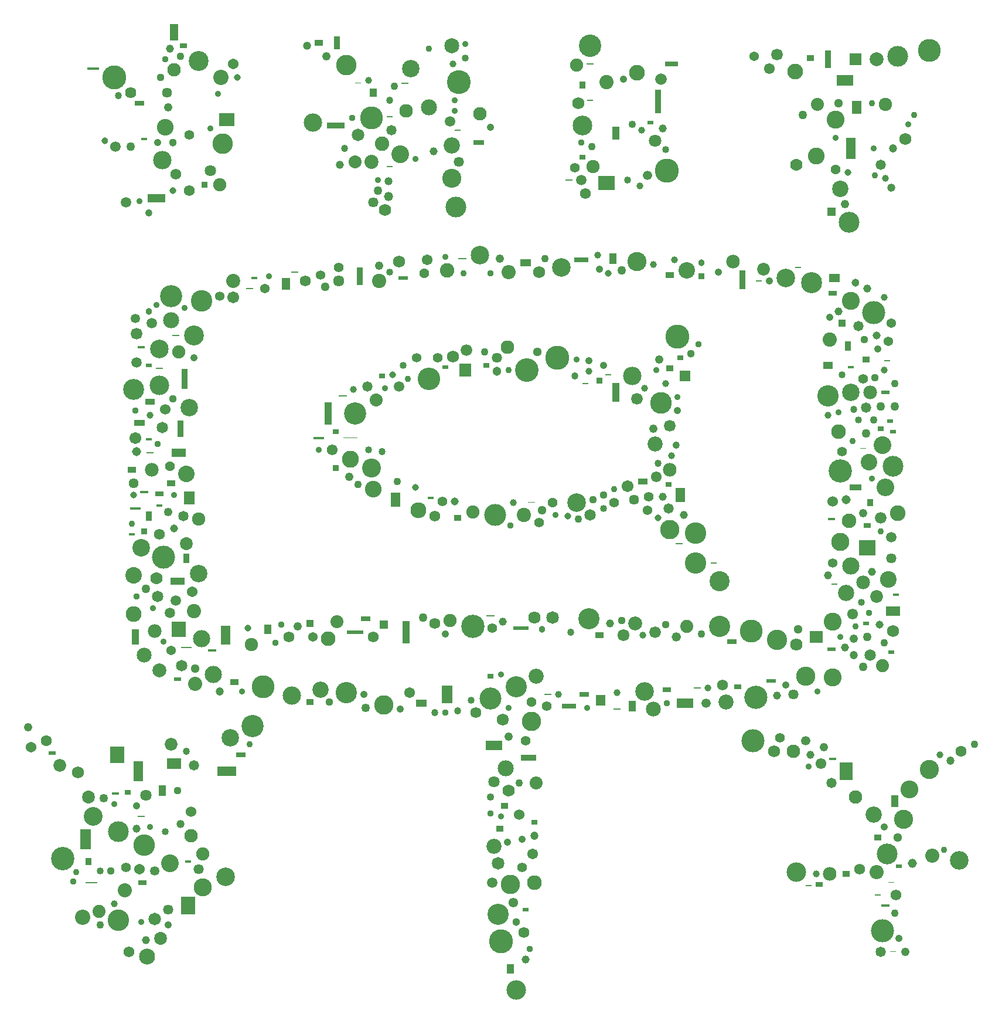
<source format=gtp>
haddock birthday cake
%FSLAX36Y26*%
%MOMM*%
%LPD%
%ADD0C,2.2717006*%
%ADD1C,1.9118311*%
%ADD2C,0.90996903*%
%ADD3C,0.9519103*%
%ADD4C,2.6769803*%
%ADD5C,3.044806*%
%ADD6C,1.1599666*%
%ADD7C,1.8982246*%
%ADD8R,1.0552902X1.3684413*%
%ADD9C,1.2050565*%
%ADD10C,3.057145*%
%ADD11C,3.1613128*%
%ADD12C,3.1062074*%
%ADD13C,1.5512878*%
%ADD14C,0.9806616*%
%ADD15C,2.463136*%
%ADD16R,1.2557747X0.4252198*%
%ADD17R,1.3998965X2.8264003*%
%ADD18C,2.7932692*%
%ADD19R,0.9687932X0.4599623*%
%ADD20R,1.9909816X2.2501326*%
%ADD21C,1.5894457*%
%ADD22C,1.9128647*%
%ADD23C,1.9607608*%
%ADD24C,3.3747053*%
%ADD25C,1.1107262*%
%ADD26C,1.4728093*%
%ADD27C,2.7399902*%
%ADD28C,2.3746858*%
%ADD29C,3.3286946*%
%ADD30C,1.4519728*%
%ADD31C,2.5583904*%
%ADD32C,3.3242*%
%ADD33C,2.6741097*%
%ADD34C,2.5140736*%
%ADD35C,3.303846*%
%ADD36C,1.9407307*%
%ADD37C,2.1868746*%
%ADD38R,1.3430346X3.0090008*%
%ADD39C,2.1614597*%
%ADD40C,2.6725805*%
%ADD41C,2.9337025*%
%ADD42R,0.9891043X0.8403823*%
%ADD43C,1.1030388*%
%ADD44C,1.4326289*%
%ADD45C,0.9732545*%
%ADD46C,1.9646062*%
%ADD47C,3.1375778*%
%ADD48C,1.2914938*%
%ADD49C,2.766293*%
%ADD50C,3.0592263*%
%ADD51R,2.1572022X2.3795226*%
%ADD52C,0.99189854*%
%ADD53R,1.335877X0.7172817*%
%ADD54C,0.9488019*%
%ADD55C,2.6839776*%
%ADD56C,1.0594715*%
%ADD57C,1.0928824*%
%ADD58C,2.3875468*%
%ADD59C,3.4770432*%
%ADD60C,3.0056725*%
%ADD61C,1.3556446*%
%ADD62C,1.7624117*%
%ADD63C,2.842406*%
%ADD64C,2.303459*%
%ADD65R,1.2048178X2.3345027*%
%ADD66R,1.0300232X3.304346*%
%ADD67C,3.4760745*%
%ADD68R,1.651342X0.20339853*%
%ADD69R,1.0724491X1.4880091*%
%ADD70R,1.9923896X0.7523896*%
%ADD71C,2.5160682*%
%ADD72C,0.8824052*%
%ADD73R,2.1178644X1.3337128*%
%ADD74C,2.5810924*%
%ADD75C,3.352507*%
%ADD76C,1.1577082*%
%ADD77C,2.0863254*%
%ADD78C,3.445033*%
%ADD79R,1.2410985X1.7744843*%
%ADD80C,2.5645597*%
%ADD81C,1.1375879*%
%ADD82C,1.5303793*%
%ADD83C,1.9125099*%
%ADD84C,1.678376*%
%ADD85C,1.2634974*%
%ADD86C,2.3405433*%
%ADD87C,2.0959988*%
%ADD88C,2.2072747*%
%ADD89C,2.4030874*%
%ADD90R,2.3741038X1.3372717*%
%ADD91C,3.2508175*%
%ADD92C,1.5955026*%
%ADD93C,1.5222905*%
%ADD94R,2.4477744X2.1526754*%
%ADD95R,0.8977671X2.5068486*%
%ADD96C,3.0796645*%
%ADD97C,2.0909333*%
%ADD98C,2.17617*%
%ADD99C,1.4715608*%
%ADD100C,1.2640194*%
%ADD101R,2.6296093X0.96048194*%
%ADD102C,3.0502796*%
%ADD103R,0.95523226X1.4792842*%
%ADD104C,2.0455186*%
%ADD105C,2.2678857*%
%ADD106R,1.0509075X0.23640881*%
%ADD107C,2.3664572*%
%ADD108C,1.8364282*%
%ADD109C,1.8962429*%
%ADD110R,1.630778X1.1131661*%
%ADD111C,1.4826937*%
%ADD112R,1.5218819X0.6999459*%
%ADD113C,1.9370451*%
%ADD114R,0.92043453X2.9460733*%
%ADD115R,0.9097851X0.13395442*%
%ADD116R,0.9895414X0.8150214*%
%ADD117C,1.6895959*%
%ADD118C,2.3005018*%
%ADD119C,1.1109978*%
%ADD120C,1.404135*%
%ADD121R,2.0298223X1.0846531*%
%ADD122C,2.3925908*%
%ADD123R,1.2324959X0.87134534*%
%ADD124C,2.1419451*%
%ADD125C,2.8041627*%
%ADD126C,1.8773309*%
%ADD127C,0.9813217*%
%ADD128C,3.461318*%
%ADD129R,2.5488915X1.2695205*%
%ADD130C,1.7598565*%
%ADD131R,0.9128778X0.6869433*%
%ADD132C,1.9026793*%
%ADD133R,2.241966X0.52147347*%
%ADD134R,0.88291943X0.14793919*%
%ADD135C,1.5158937*%
%ADD136C,1.1953166*%
%ADD137C,3.3310149*%
%ADD138C,2.7436953*%
%ADD139R,0.88722736X0.33335602*%
%ADD140C,0.92033917*%
%ADD141R,2.1852453X0.95853597*%
%ADD142C,2.034747*%
%ADD143C,3.2392578*%
%ADD144C,1.0816382*%
%ADD145C,2.5961604*%
%ADD146C,1.922674*%
%ADD147C,2.484693*%
%ADD148C,2.8229463*%
%ADD149R,0.9467711X2.6655831*%
%ADD150R,1.284902X0.8420747*%
%ADD151C,1.2569464*%
%ADD152C,0.9509438*%
%ADD153R,1.4642295X2.0975397*%
%ADD154C,2.1846752*%
%ADD155C,1.3611573*%
%ADD156C,2.28271*%
%ADD157C,2.2709937*%
%ADD158C,3.3092022*%
%ADD159R,1.0595391X3.2077634*%
%ADD160C,1.4792666*%
%ADD161C,1.9991127*%
%ADD162R,2.3325717X0.51661974*%
%ADD163C,2.116758*%
%ADD164R,1.5174571X0.90213853*%
%ADD165C,1.0452884*%
%ADD166R,1.1949717X0.32956377*%
%ADD167C,1.8233325*%
%ADD168C,2.9633942*%
%ADD169C,1.6525155*%
%ADD170C,1.8564078*%
%ADD171R,2.0469065X1.2557513*%
%ADD172C,1.0751094*%
%ADD173C,1.3146992*%
%ADD174R,1.6275842X0.34944862*%
%ADD175C,1.2161608*%
%ADD176C,2.6654646*%
%ADD177R,1.3994824X1.5538669*%
%ADD178R,1.234061X0.76729107*%
%ADD179C,1.1308681*%
%ADD180C,2.9949882*%
%ADD181R,1.6979748X0.9139169*%
%ADD182C,1.4226583*%
%ADD183R,0.8819001X1.3594942*%
%ADD184C,3.4692934*%
%ADD185C,0.9606663*%
%ADD186C,1.8714162*%
%ADD187C,2.6913555*%
%ADD188C,1.1496068*%
%ADD189C,1.0186743*%
%ADD190C,2.7765522*%
%ADD191C,3.1769645*%
%ADD192C,1.1560181*%
%ADD193C,2.5180728*%
%ADD194C,3.1047404*%
%ADD195C,1.1370101*%
%ADD196C,2.6910517*%
%ADD197C,2.9546058*%
%ADD198R,0.8937042X0.21296552*%
%ADD199R,1.0094018X1.9503462*%
%ADD200C,1.270182*%
%ADD201C,2.4868386*%
%ADD202C,3.2056434*%
%ADD203C,2.4874709*%
%ADD204C,2.0573447*%
%ADD205R,1.0969975X0.88619316*%
%ADD206C,2.0165725*%
%ADD207C,2.5552135*%
%ADD208C,2.823651*%
%ADD209R,0.91065764X0.6648761*%
%ADD210C,3.4796271*%
%ADD211C,3.0669153*%
%ADD212C,1.7423947*%
%ADD213C,2.7991307*%
%ADD214C,1.0309572*%
%ADD215R,1.5093774X2.907787*%
%ADD216C,2.6472695*%
%ADD217C,2.4237826*%
%ADD218R,0.9405064X0.9877237*%
%ADD219C,2.3232815*%
%ADD220C,2.7632918*%
%ADD221C,1.489649*%
%ADD222C,1.5082617*%
%ADD223C,1.0264633*%
%ADD224R,2.450216X1.3981676*%
%ADD225C,1.7546761*%
%ADD226C,1.1155251*%
%ADD227R,0.8893146X0.61670333*%
%ADD228C,1.6538191*%
%ADD229C,1.8577583*%
%ADD230R,1.0116837X0.9424652*%
%ADD231R,0.98574626X2.2846267*%
%ADD232C,1.0337888*%
%ADD233C,1.1779133*%
%ADD234R,1.0763147X0.9375895*%
%ADD235C,1.041781*%
%ADD236C,0.97854614*%
%ADD237C,2.335424*%
%ADD238C,0.9966312*%
%ADD239R,1.3061833X0.7471604*%
%ADD240C,0.96483475*%
%ADD241C,0.9716242*%
%ADD242C,2.792499*%
%ADD243C,1.5247457*%
%ADD244C,3.3063815*%
%ADD245C,2.6766078*%
%ADD246C,1.0151678*%
%ADD247R,0.9811529X0.21200693*%
%ADD248C,3.3630064*%
%ADD249C,1.7655195*%
%ADD250C,1.0303874*%
%ADD251C,1.6791978*%
%ADD252R,0.9752031X0.8999546*%
%ADD253C,1.0976709*%
%ADD254C,1.0407388*%
%ADD255C,1.8493391*%
%ADD256C,1.6276062*%
%ADD257C,0.9199922*%
%ADD258C,1.3704518*%
%ADD259C,1.5701199*%
%ADD260C,2.6075642*%
%ADD261C,1.2538713*%
%ADD262C,1.1771183*%
%ADD263C,1.70945*%
%ADD264C,2.8285058*%
%ADD265C,1.9645698*%
%ADD266C,3.0158992*%
%ADD267C,1.6664568*%
%ADD268C,3.3140817*%
%ADD269C,2.0303025*%
%ADD270C,0.9395648*%
%ADD271C,1.5447598*%
%ADD272R,1.9220732X1.6863987*%
%ADD273C,1.1223009*%
%ADD274C,1.3988402*%
%ADD275C,2.3545222*%
%ADD276C,1.2481098*%
%ADD277C,2.538933*%
%ADD278C,2.6865957*%
%ADD279R,1.6261508X2.5593154*%
%ADD280R,1.7728579X1.9080098*%
%ADD281C,1.8671136*%
%ADD282R,0.88756174X0.41843843*%
%ADD283C,3.0951583*%
%ADD284C,2.214646*%
%ADD285R,0.9902596X0.6488708*%
%ADD286C,2.8670144*%
%ADD287C,1.3646488*%
%ADD288C,1.8594338*%
%ADD289C,3.210499*%
%ADD290C,1.5926672*%
%ADD291C,3.0883*%
%ADD292C,1.3748212*%
%ADD293C,3.2036808*%
%ADD294C,2.3175256*%
%ADD295C,3.0094109*%
%ADD296R,1.111998X0.87899834*%
%ADD297C,1.3217082*%
%ADD298R,2.3494918X2.274438*%
%ADD299C,1.4226065*%
%ADD300C,0.9795585*%
%ADD301C,0.92537934*%
%ADD302C,1.1127512*%
%ADD303C,3.0067537*%
%ADD304C,2.0422745*%
%ADD305R,0.8972102X2.7764492*%
%ADD306R,1.2202554X0.8160104*%
%ADD307C,1.4780067*%
%ADD308C,1.4390318*%
%ADD309C,1.3632671*%
%ADD310C,1.0427115*%
%ADD311C,3.1156294*%
%ADD312R,1.9947203X2.5687149*%
%ADD313C,1.7085116*%
%ADD314C,1.8367643*%
%ADD315C,1.1869948*%
%ADD316C,0.8792931*%
%ADD317C,1.4899695*%
%ADD318C,2.5980277*%
%ADD319C,1.0299832*%
%ADD320R,1.303921X0.5023202*%
%ADD321C,1.0638447*%
%ADD322C,1.5474051*%
%ADD323R,2.439569X1.5047425*%
%ADD324C,1.9659224*%
%ADD325C,1.9801091*%
%ADD326C,1.269499*%
%ADD327C,1.4039329*%
%ADD328C,2.5992565*%
%ADD329C,1.2405119*%
%ADD330C,2.8986425*%
%ADD331C,1.583009*%
%ADD332R,0.9912981X0.09413821*%
%ADD333C,1.0169641*%
%ADD334C,1.4270995*%
%ADD335R,0.8742577X0.7404849*%
%ADD336R,1.5881752X0.3628851*%
%ADD337C,1.3170826*%
%ADD338C,1.0356467*%
%ADD339R,0.9115875X0.48724148*%
%ADD340C,1.7433602*%
%ADD341C,1.7482971*%
%ADD342C,1.4026066*%
%ADD343C,1.4622363*%
%ADD344C,1.4168485*%
%ADD345C,0.89966214*%
%ADD346C,2.4088304*%
%ADD347C,1.5658776*%
%ADD348C,1.1075855*%
%ADD349C,2.9847548*%
%ADD350C,2.762627*%
%ADD351R,1.433263X1.9825721*%
%ADD352C,2.31775*%
%ADD353C,1.9538082*%
%ADD354C,1.5700935*%
%ADD355C,2.5614114*%
%ADD356C,1.7251344*%
%ADD357R,0.94895035X0.6374517*%
%ADD358C,2.3524337*%
%ADD359C,1.5341887*%
%ADD360C,1.3138361*%
%ADD361C,1.0375384*%
%ADD362C,2.627049*%
%ADD363C,1.4769307*%
%ADD364C,0.94025*%
%ADD365R,1.264553X0.8348969*%
%ADD366C,1.510626*%
%ADD367C,0.9829625*%
%ADD368R,2.192198X1.9709575*%
%ADD369C,1.0956476*%
%ADD370C,1.5686779*%
%ADD371R,1.1335572X1.6498597*%
%ADD372C,1.8759418*%
%ADD373C,1.579176*%
%ADD374C,0.95114875*%
%ADD375C,1.474966*%
%ADD376C,2.1828637*%
%ADD377C,1.5563008*%
%ADD378R,1.9418224X0.63733*%
%ADD379C,2.4064689*%
%ADD380C,0.9635311*%
%ADD381C,2.5964365*%
%ADD382C,1.467855*%
%ADD383R,1.0263883X0.71940374*%
%ADD384C,2.0411556*%
%ADD385C,0.97292316*%
%ADD386R,0.93530613X3.349767*%
%ADD387C,1.245109*%
%ADD388R,2.6794746X1.4314989*%
%ADD389C,1.4081016*%
%ADD390C,1.5197502*%
%ADD391R,1.7419304X1.8051361*%
%ADD392R,0.9490619X0.75251*%
%ADD393R,0.9164826X1.9282597*%
%ADD394C,1.3439437*%
%ADD395R,1.4326324X2.9135554*%
%ADD396C,1.0766962*%
%ADD397C,2.040041*%
%ADD398R,0.93852407X1.0246704*%
%ADD399C,1.1289957*%
%ADD400C,3.4098074*%
%ADD401C,3.3621771*%
%ADD402C,3.328262*%
%ADD403C,0.98106706*%
%ADD404C,1.0033814*%
%ADD405C,1.9325116*%
%ADD406C,2.0293336*%
%ADD407C,1.1647006*%
%ADD408R,1.3555204X0.5147713*%
%ADD409C,1.1555903*%
%ADD410R,0.980124X1.8174932*%
%ADD411C,2.0516605*%
%ADD412C,1.0133213*%
%ADD413C,1.5155796*%
%ADD414C,0.8826425*%
%ADD415C,1.0995232*%
%ADD416C,1.6836891*%
%ADD417C,2.6656992*%
%ADD418C,1.8137966*%
%ADD419R,0.94695276X0.3766706*%
%ADD420C,1.1379309*%
%ADD421C,1.1626202*%
%ADD422C,1.5725213*%
%ADD423C,1.6468825*%
%ADD424C,1.6374009*%
%ADD425C,0.94036967*%
%ADD426C,1.5396729*%
%ADD427C,1.2378372*%
%ADD428C,0.9222062*%
%ADD429C,0.88884634*%
%ADD430R,0.9006073X0.18270154*%
%ADD431C,0.92425376*%
%ADD432C,0.95327234*%
%ADD433C,3.0069034*%
%ADD434C,1.7938199*%
%ADD435C,1.4120365*%
%ADD436C,1.6282136*%
%ADD437C,1.184043*%
%ADD438C,1.2192378*%
%ADD439R,2.1286588X0.65261334*%
%ADD440C,1.4605713*%
%ADD441C,1.8687*%
%ADD442C,2.5075965*%
%ADD443R,1.3924835X1.0799451*%
%ADD444C,1.8232994*%
%ADD445C,0.9518416*%
%ADD446C,0.9006437*%
%ADD447C,1.1522279*%
%ADD448R,0.9224366X0.9099139*%
%ADD449C,1.19421*%
%ADD450C,1.4778401*%
%ADD451C,1.5003905*%
%ADD452R,1.3666693X0.91253835*%
%ADD453C,1.160871*%
%ADD454R,0.87577707X0.084437594*%
%ADD455C,1.0273361*%
%ADD456R,1.1381625X2.7929914*%
%ADD457C,2.7124653*%
%ADD458C,1.4274861*%
%ADD459C,2.6423435*%
%ADD460C,0.89358276*%
%ADD461C,0.915068*%
%ADD462C,1.3235856*%
%ADD463C,0.91278833*%
%ADD464R,1.0636213X1.576227*%
%ADD465C,2.1295328*%
%ADD466R,1.0682199X1.3028218*%
%ADD467C,1.2296823*%
%ADD468C,1.6877725*%
%ADD469C,0.8727124*%
%ADD470R,2.0561342X0.03284419*%
%ADD471C,1.528016*%
%ADD472R,1.0542985X1.3958161*%
%ADD473C,1.0397203*%
%ADD474C,1.0847564*%
%ADD475R,0.9496055X0.13582237*%
%ADD476C,1.3985966*%
%ADD477C,1.1107594*%
%ADD478R,0.9242216X2.4497423*%
%ADD479C,1.2942327*%
%ADD480C,1.0023266*%
%ADD481C,1.5985353*%
%ADD482C,1.4596789*%
%ADD483R,1.2988358X0.7081847*%
%ADD484C,2.387088*%
%ADD485C,1.091611*%
%ADD486C,1.2109015*%
%ADD487C,1.4521704*%
%ADD488C,1.4127258*%
%ADD489R,1.1609987X0.63385063*%
%ADD490R,1.167258X1.3086369*%
%ADD491C,1.81489*%
%ADD492C,1.6509557*%
%ADD493R,0.9974474X1.0490046*%
%ADD494C,1.0183825*%
%ADD495R,1.9213331X2.5299337*%
%ADD496C,1.8486762*%
%ADD497R,1.1510246X0.90959996*%
%ADD498R,0.8919107X0.08482057*%
%ADD499C,1.0171891*%
%ADD500C,1.1476458*%
%ADD501C,1.7321885*%
%ADD502C,1.1491963*%
%ADD503R,1.0557821X0.6620976*%
%ADD504C,1.1708187*%
%ADD505R,1.0848106X0.25871837*%
%ADD506C,1.6559701*%
%ADD507C,1.9486986*%
%ADD508C,0.9138172*%
%ADD509C,1.069101*%
%ADD510C,1.1236697*%
%ADD511C,1.2505106*%
%ADD512C,1.341203*%
%ADD513R,1.6596441X0.38614085*%
%ADD514C,1.8907322*%
%ADD515R,1.4598988X2.108401*%
%ADD516C,1.5504265*%
%ADD517R,0.88908035X1.1310191*%
%ADD518C,1.2467704*%
%ADD519C,2.013278*%
%ADD520C,0.9355369*%
%ADD521C,1.4405783*%
%ADD522R,0.91542864X0.28218582*%
%ADD523C,0.9814486*%
%ADD524C,0.99721724*%
%ADD525C,1.1007574*%
%ADD526R,1.5692778X1.9211524*%
%ADD527C,1.0247544*%
%ADD528C,1.0520978*%
%ADD529R,1.2765987X0.23729056*%
%ADD530C,0.9641405*%
%ADD531C,0.9354335*%
%ADD532C,0.96905535*%
%ADD533R,1.1309131X0.19019008*%
%ADD534R,1.5339803X1.0667415*%
%ADD535R,1.6440855X1.5057663*%
%ADD536C,1.9641905*%
%ADD537C,1.0053254*%
%ADD538C,1.7417613*%
%ADD539C,0.96961975*%
%ADD540R,0.88529205X0.056193855*%
%ADD541C,1.5814462*%
%ADD542C,1.5435482*%
%ADD543C,2.2652316*%
%ADD544C,0.95263636*%
%ADD545C,1.0549464*%
%ADD546C,1.2271128*%
%ADD547R,0.9026137X1.3168734*%
%ADD548C,1.6798156*%
%ADD549C,0.8732818*%
%ADD550R,1.6286902X0.28820252*%
%ADD551R,1.5137222X1.1882362*%
%ADD552C,1.021616*%
%ADD553C,1.2363031*%
%ADD554R,1.4694322X0.6974254*%
%ADD555C,0.887817*%
%ADD556R,0.94097006X0.614794*%
%ADD557C,2.874275*%
%ADD558C,0.9877329*%
%ADD559C,1.245517*%
%ADD560R,0.88799095X0.40896028*%
%ADD561C,1.4142523*%
%ADD562C,1.9589552*%
%ADD563C,1.6125469*%
%ADD564R,2.1413665X1.5086603*%
%ADD565C,1.7443268*%
%ADD566C,1.3697382*%
%ADD567R,1.098619X0.3212078*%
%ADD568R,0.8806964X0.077443756*%
%ADD569C,0.97348*%
%ADD570C,0.938671*%
%ADD571R,1.0346463X0.19408052*%
%ADD572R,0.9239358X0.092157744*%
%ADD573C,1.8848085*%
%ADD574C,1.6765656*%
%ADD575R,0.91825414X0.891684*%
%ADD576C,1.5398204*%
%ADD577C,0.90445143*%
%ADD578R,1.3337133X0.673527*%
%ADD579C,1.9181225*%
%ADD580C,0.90952337*%
%ADD581C,1.273074*%
%ADD582C,1.0148803*%
%ADD583C,0.9127034*%
%ADD584C,1.1366216*%
%ADD585C,1.9694023*%
%ADD586C,1.1694247*%
%ADD587C,0.87718314*%
%ADD588C,0.89194274*%
%ADD589R,1.4010714X0.910613*%
%ADD590C,1.8919863*%
%ADD591C,1.0054038*%
%ADD592R,0.91985923X0.26588845*%
%ADD593C,1.1226653*%
%ADD594C,1.1055759*%
%ADD595R,0.9966068X0.96227574*%
%ADD596C,1.4320399*%
%ADD597R,1.2276366X0.19762771*%
%ADD598R,1.4015031X0.5402201*%
%ADD599C,1.0499324*%
%ADD600C,1.4056501*%
%ADD601C,1.0477711*%
%ADD602C,1.7767997*%
%ADD603C,0.959144*%
%ADD604C,1.2979584*%
%ADD605C,2.0542417*%
%ADD606C,1.00485*%
%ADD607C,0.8933931*%
%ADD608C,1.2306417*%
%ADD609C,1.1926463*%
%ADD610C,1.256261*%
%ADD611R,0.96496725X0.80797106*%
%ADD612C,1.4987546*%
%ADD613C,0.9244616*%
%ADD614C,1.1145434*%
%ADD615C,2.5197692*%
%ADD616C,1.5596967*%
%ADD617R,0.8930163X0.7265276*%
%ADD618C,1.082495*%
%ADD619R,0.9725896X0.32146*%
%ADD620C,1.4689695*%
%ADD621C,1.5583427*%
%ADD622C,1.5694573*%
%ADD623R,1.0113437X0.57429296*%
%ADD624C,1.2265952*%
%ADD625C,0.8931161*%
%ADD626R,0.95431566X0.88221896*%
%ADD627C,1.4571965*%
%ADD628R,1.0419023X0.2659179*%
%ADD629C,0.9975327*%
%ADD630C,1.0207801*%
%ADD631R,0.9771861X1.0368639*%
%ADD632C,0.92221344*%
%ADD633C,1.3552973*%
%ADD634C,1.7237923*%
%ADD635C,0.9093627*%
%ADD636C,1.2883697*%
%ADD637C,1.2030169*%
%ADD638C,1.0358187*%
%ADD639C,1.0892576*%
%ADD640R,1.392028X0.7985962*%
%ADD641C,1.5394901*%
%ADD642R,1.0212266X0.16328295*%
%ADD643C,1.3001546*%
%ADD644C,0.9993306*%
%ADD645R,1.0933496X0.2271293*%
%ADD646C,1.6231798*%
%ADD647C,0.96085286*%
%ADD648C,1.388647*%
%ADD649C,1.2927842*%
%ADD650C,1.7147653*%
%ADD651C,1.1616344*%
%ADD652C,2.0563214*%
%ADD653C,1.1030242*%
%ADD654C,1.5448774*%
%ADD655C,0.9209321*%
%ADD656C,1.023379*%
%ADD657R,1.2355703X0.7290271*%
%ADD658C,1.5580062*%
%ADD659C,1.0243108*%
%ADD660C,0.9561387*%
%ADD661R,0.94875115X0.68277335*%
%ADD662R,0.8926552X0.090938136*%
%ADD663C,2.050112*%
%ADD664R,0.90842265X0.13865177*%
%ADD665C,1.8013613*%
%ADD666C,0.88712835*%
%ADD667C,0.97968936*%
%ADD668C,2.1196547*%
%ADD669C,1.3921018*%
%ADD670R,0.9333389X0.24124832*%
%ADD671C,0.892323*%
%ADD672C,0.9675916*%
%ADD673C,1.1774867*%
%ADD674C,1.9110751*%
%ADD675C,2.1422102*%
%ADD676C,0.9182634*%
%ADD677R,1.0776622X0.24133542*%
%ADD678R,0.8857108X0.09275472*%
%ADD679C,1.5033435*%
%ADD680C,1.3669096*%
%ADD681R,1.0050347X0.24007909*%
%ADD682C,0.98965406*%
%ADD683C,1.4801663*%
%ADD684C,1.0580095*%
%ADD685C,1.1285771*%
%ADD686C,1.3783008*%
%ADD687R,0.9655488X0.483576*%
%ADD688C,0.95493484*%
%ADD689C,1.0629996*%
%ADD690C,0.9127769*%
%ADD691C,0.8989714*%
%ADD692C,1.3548272*%
%ADD693C,0.87205285*%
%ADD694C,1.9697303*%
%ADD695R,0.95061344X0.43254754*%
%ADD696C,1.1068876*%
%ADD697C,1.1818336*%
%ADD698C,1.3234022*%
%ADD699R,0.8956107X0.86588687*%
%ADD700C,1.5518978*%
%ADD701R,0.9211454X0.27979055*%
%ADD702C,1.076725*%
%ADD703C,1.9198369*%
%ADD704C,1.043406*%
%ADD705C,1.26008*%
%ADD706C,1.3437814*%
%ADD707C,0.9415876*%
%ADD708C,0.8967042*%
%ADD709R,0.95382464X0.4944462*%
%ADD710C,0.89731646*%
%ADD711C,1.1520088*%
%ADD712C,0.9763176*%
%ADD713R,1.2132709X1.2683048*%
%ADD714R,0.93911976X0.26600745*%
%ADD715R,1.1952491X0.36024097*%
%ADD716C,1.2763739*%
%ADD717C,1.0571111*%
%ADD718R,0.9999971X0.44797954*%
%ADD719R,0.9714139X0.49885008*%
%ADD720C,1.0423084*%
%ADD721C,0.8895846*%
%ADD722R,1.012018X0.28948522*%
%ADD723C,0.9026774*%
%ADD724C,0.98359174*%
%ADD725C,0.89046586*%
%ADD726C,1.0929161*%
%ADD727C,0.93636787*%
%ADD728C,1.1304343*%
%ADD729C,1.7579662*%
%ADD730R,0.96476114X0.80352867*%
%ADD731R,1.1452956X0.19742815*%
%ADD732C,1.0713907*%
%ADD733C,1.0121653*%
%ADD734C,0.9895397*%
%ADD735C,1.0374044*%
%ADD736R,1.017951X0.69527334*%
%ADD737R,1.0807229X0.31768543*%
%ADD738R,0.94120675X0.40502182*%
%ADD739C,1.053272*%
%ADD740R,1.0632807X0.49932867*%
%ADD741R,0.89525443X0.4922486*%
%ADD742C,1.458449*%
%ADD743C,0.9390712*%
%ADD744C,1.528252*%
%ADD745C,1.1409531*%
%ADD746C,0.9141317*%
%ADD747C,0.875818*%
%ADD748C,1.5857388*%
%ADD749C,0.8841341*%
%ADD750C,1.4121141*%
%ADD751R,0.8847944X0.22135043*%
%ADD752C,0.9750109*%
%ADD753R,0.88418907X0.049221307*%
%ADD754C,0.89651126*%
%ADD755C,0.92685163*%
%ADD756C,1.3021204*%
%ADD757C,0.92153215*%
%ADD758R,0.90439564X0.20883417*%
%ADD759C,3.08449*%
%ADD760C,1.2036829*%
%ADD761C,1.2742702*%
%ADD762C,1.105222*%
%ADD763C,1.4766567*%
%ADD764R,0.89733124X0.61753136*%
%ADD765C,0.9411838*%
%ADD766C,1.9257208*%
%ADD767R,1.0320916X0.30090842*%
%ADD768C,1.0873823*%
%ADD769C,1.2721734*%
%ADD770R,1.0869077X0.8105418*%
%ADD771R,1.04199X0.21398066*%
%ADD772C,0.96664697*%
%ADD773C,0.9738398*%
%ADD774R,0.8766048X0.086482495*%
%ADD775C,0.8740793*%
%ADD776C,0.9125757*%
%ADD777R,0.9545173X0.120694876*%
%ADD778C,1.0165862*%
%ADD779C,1.2559717*%
%ADD780C,1.3200614*%
%ADD781C,1.7815758*%
%ADD782R,1.195949X0.94535464*%
%ADD783R,1.0903864X0.076865494*%
%ADD784R,0.9462437X0.66051835*%
%ADD785C,0.980746*%
%ADD786R,0.89177984X0.3643586*%
%ADD787C,1.3774078*%
%ADD788R,0.92149043X0.64161074*%
%ADD789R,0.9676356X0.115687676*%
%ADD790C,1.0055983*%
%ADD791C,1.2397231*%
%ADD792C,1.2429444*%
%ADD793C,0.9914588*%
%ADD794R,1.1386843X0.23755464*%
%ADD795C,1.1314192*%
%ADD796R,1.392078X0.6978356*%
%ADD797C,1.0110815*%
%ADD798C,1.0347464*%
%ADD799R,0.9216446X0.59734756*%
D0*
X079248001Y032003998D03*
D1*
X008273143Y038099998D03*
D2*
X035705143Y047897141D03*
D3*
X125838852Y050292000D03*
D4*
X034834286Y021553713D03*
D5*
X119525139Y107333138D03*
D6*
X078159424Y009579429D03*
D7*
X031568571Y024819427D03*
D8*
X040930286Y057258854D03*
D9*
X079465714Y027431999D03*
D10*
X076853142Y048985714D03*
D11*
X073805138Y073805138D03*
D12*
X031350857Y104720566D03*
D13*
X120831429Y037882286D03*
D14*
X023948570Y088174286D03*
D15*
X052904572Y081860573D03*
D16*
X130193146Y017417143D03*
D17*
X034834286Y056387997D03*
D18*
X057694283Y046373142D03*
D19*
X125185715Y095141144D03*
D20*
X028085142Y057258854D03*
D21*
X043978283Y056170284D03*
D22*
X070539429Y074240570D03*
D23*
X060959999Y132152573D03*
D24*
X011321142Y024166285D03*
D25*
X127145142Y099059998D03*
D26*
X129539993Y124314857D03*
D27*
X055952568Y080554283D03*
D28*
X101454857Y109074852D03*
D29*
X129757706Y013716000D03*
D30*
X026343428Y134765137D03*
D31*
X060089142Y125838852D03*
D32*
X025907999Y067709145D03*
D33*
X025254856Y097753708D03*
D34*
X035487427Y041583427D03*
D35*
X055952568Y131063995D03*
D36*
X125838852Y033092571D03*
D37*
X073587425Y025907999D03*
D38*
X125185715Y126709709D03*
D39*
X067491425Y141514282D03*
D40*
X071627998Y111251999D03*
D41*
X114517708Y055734856D03*
D42*
X099059998Y094923424D03*
D43*
X129975418Y055299427D03*
D44*
X063572571Y108639427D03*
D45*
X084255424Y073587425D03*
D46*
X122137711Y021989141D03*
D47*
X097753708Y089916000D03*
D48*
X080554283Y074458282D03*
D49*
X094270287Y110381142D03*
D50*
X087303429Y058782856D03*
D51*
X019158857Y039188572D03*
D52*
X018723429Y017634857D03*
D53*
X022424570Y133241135D03*
D54*
X026125713Y139554855D03*
D55*
X083384567Y109510284D03*
D56*
X113429138Y107550858D03*
D57*
X016764000Y014586857D03*
D58*
X127798279Y081425140D03*
D59*
X082731430Y096447426D03*
D60*
X019376572Y028085142D03*
D61*
X033963428Y105373711D03*
D62*
X075764572Y033963428D03*
D63*
X086432571Y129975418D03*
D64*
X023513142Y010014857D03*
D65*
X027431999Y143473709D03*
D66*
X060959999Y056823425D03*
D67*
X100148567Y099495422D03*
D68*
X015457714Y020682858D03*
D69*
X093617142Y046155426D03*
D70*
X084473137Y046155426D03*
D71*
X125185715Y091439995D03*
D72*
X023948570Y028738285D03*
D73*
X131281708Y059871426D03*
D74*
X133676575Y034181141D03*
D75*
X111469711Y047461712D03*
D76*
X124314857Y054646286D03*
D77*
X066838287Y109074852D03*
D78*
X068580002Y136289139D03*
D79*
X043542854Y107115425D03*
D80*
X129757706Y083820000D03*
D81*
X067926857Y075764572D03*
D82*
X026125713Y089045143D03*
D83*
X033963428Y121484566D03*
D84*
X129539993Y073369713D03*
D85*
X127580566Y056170284D03*
D86*
X048550285Y048550285D03*
D87*
X124967995Y072934280D03*
D88*
X034181141Y136942276D03*
D89*
X130628571Y064443428D03*
D90*
X073587425Y040494858D03*
D91*
X064225716Y093399429D03*
D92*
X141078857Y039624001D03*
D93*
X018941143Y126927422D03*
D94*
X089916000Y121702286D03*
D95*
X054210857Y108203995D03*
D96*
X052251427Y048114857D03*
D97*
X057476570Y127362854D03*
D98*
X107115425Y046808571D03*
D99*
X098842285Y074675995D03*
D100*
X127362854Y085561714D03*
D101*
X050727428Y129975418D03*
D102*
X074240570Y016110857D03*
D103*
X124750282Y098189140D03*
D104*
X128886856Y022206856D03*
D105*
X117130280Y137813141D03*
D106*
X087521141Y138901718D03*
D107*
X123661713Y120831429D03*
D108*
X112558281Y109292572D03*
D109*
X085561714Y138683990D03*
D110*
X063137142Y046590855D03*
D111*
X028738285Y073587425D03*
D112*
X071410286Y127580566D03*
D113*
X029826857Y027431999D03*
D114*
X028955999Y093399429D03*
D115*
X090133713Y094052567D03*
D116*
X127362854Y096229713D03*
D117*
X099059998Y086650284D03*
D118*
X062701714Y074458282D03*
D119*
X098406853Y057911999D03*
D120*
X091004570Y075546852D03*
D121*
X027867428Y064225716D03*
D122*
X021553713Y065096573D03*
D123*
X099059998Y108421715D03*
D124*
X023077713Y053557713D03*
D125*
X075982285Y020465143D03*
D126*
X050945141Y058347427D03*
D127*
X094705711Y121266853D03*
D128*
X074675995Y012191999D03*
D129*
X024819427Y119525139D03*
D130*
X057911999Y117783424D03*
D131*
X020682858Y033745712D03*
D132*
X067273712Y058565140D03*
D133*
X077506287Y057476570D03*
D134*
X130410858Y096012001D03*
D135*
X131063995Y070539429D03*
D136*
X033963428Y048332569D03*
D137*
X128451431Y102978851D03*
D138*
X067491425Y122355423D03*
D139*
X064443428Y076199997D03*
D140*
X125403427Y084473137D03*
D141*
X078594856Y038753143D03*
D142*
X020247429Y019594286D03*
D143*
X087521141Y141514282D03*
D144*
X093617142Y130193146D03*
D145*
X125185715Y104720566D03*
D146*
X038535427Y055081715D03*
D147*
X031350857Y055952568D03*
D148*
X076853142Y005225142D03*
D149*
X121919998Y139554855D03*
D150*
X026996571Y078377144D03*
D151*
X056823425Y120613708D03*
D152*
X073152000Y030697714D03*
D153*
X059435997Y075982285D03*
D154*
X079683426Y050509712D03*
D155*
X048550285Y108421715D03*
D156*
X021553713Y059435997D03*
D157*
X094270287Y137595428D03*
D158*
X110816566Y057041142D03*
D159*
X049638855Y088391998D03*
D160*
X127362854Y089262856D03*
D161*
X025254856Y051380569D03*
D162*
X053557713Y056823425D03*
D163*
X123444000Y085779427D03*
D164*
X022424570Y087085709D03*
D165*
X129975418Y028738285D03*
D166*
X023077713Y077070854D03*
D167*
X082078285Y059000568D03*
D168*
X052251427Y138683990D03*
D169*
X028520571Y052033714D03*
D170*
X025472570Y012627428D03*
D171*
X028085142Y082731430D03*
D172*
X106026855Y108857140D03*
D173*
X021989141Y082949142D03*
D174*
X048332569Y084908569D03*
D175*
X126927422Y074022858D03*
D176*
X093617142Y093834854D03*
D177*
X089045143Y047026283D03*
D178*
X098624565Y048550285D03*
D179*
X027214285Y127580566D03*
D180*
X068144569Y118218857D03*
D181*
X125838852Y077723999D03*
D182*
X073369713Y057476570D03*
D183*
X023730856Y073587425D03*
D184*
X018723429Y136942276D03*
D185*
X025037142Y084037712D03*
D186*
X120395996Y133023422D03*
D187*
X095358856Y048332569D03*
D188*
X064878853Y126274284D03*
D189*
X098406853Y126491997D03*
D190*
X118654282Y050509712D03*
D191*
X073152000Y047243999D03*
D192*
X097971428Y129539993D03*
D193*
X061613140Y138248566D03*
D194*
X102761139Y071192566D03*
D195*
X027431999Y071845711D03*
D196*
X140861145Y023948570D03*
D197*
X034398857Y127362854D03*
D198*
X087521141Y133676575D03*
D199*
X091222282Y128886856D03*
D200*
X131499420Y089480568D03*
D201*
X125185715Y066402855D03*
D202*
X053557713Y088391998D03*
D203*
X033092571Y050727428D03*
D204*
X077941711Y073805138D03*
D205*
X075111427Y031786285D03*
D206*
X094052567Y058129711D03*
D207*
X130193146Y077723999D03*
D208*
X117348000Y022206856D03*
D209*
X100584000Y096447426D03*
D210*
X098624565Y123444000D03*
D211*
X106244568Y057694283D03*
D212*
X133023422Y128015991D03*
D213*
X079030281Y043978283D03*
D214*
X057476570Y082949142D03*
D215*
X014586857Y026996571D03*
D216*
X044413712Y047679428D03*
D217*
X120178284Y125621140D03*
D218*
X086432571Y135853714D03*
D219*
X075329140Y037229141D03*
D220*
X136506851Y037011429D03*
D221*
X026778856Y059653713D03*
D222*
X067273712Y130628571D03*
D223*
X052033714Y126709709D03*
D224*
X101237137Y046590855D03*
D225*
X114082283Y039624001D03*
D226*
X087956566Y075982285D03*
D227*
X130846283Y087303429D03*
D228*
X025037142Y062048569D03*
D229*
X029173714Y069668571D03*
D230*
X119307426Y139772568D03*
D231*
X021771427Y056170284D03*
D232*
X065096573Y045284569D03*
D233*
X051380569Y124314857D03*
D234*
X068362282Y073369713D03*
D235*
X087303429Y096012001D03*
D236*
X130193146Y122355423D03*
D237*
X124532570Y062483997D03*
D238*
X055517143Y136506851D03*
D239*
X022859999Y020682858D03*
D240*
X023730856Y103196571D03*
D241*
X090133713Y108639427D03*
D242*
X099059998Y071627998D03*
D243*
X029826857Y030915428D03*
D244*
X040277142Y048985714D03*
D245*
X085561714Y075546852D03*
D246*
X060524570Y095358856D03*
D247*
X038317715Y106462280D03*
D248*
X070539429Y057694283D03*
D249*
X117348000Y124314857D03*
D250*
X084690857Y056823425D03*
D251*
X094270287Y090569138D03*
D252*
X124532570Y021989141D03*
D253*
X072281143Y097318283D03*
D254*
X088827423Y109292572D03*
D255*
X010885714Y037664570D03*
D256*
X023295427Y033310284D03*
D257*
X128233704Y133241135D03*
D258*
X047461712Y056170284D03*
D259*
X027649714Y123008568D03*
D260*
X031568571Y020029715D03*
D261*
X017199429Y032874855D03*
D262*
X114517708Y047679428D03*
D263*
X092963997Y077941711D03*
D264*
X025254856Y092528572D03*
D265*
X099059998Y080336571D03*
D266*
X021553713Y091875427D03*
D267*
X097753708Y136724564D03*
D268*
X136506851Y140861145D03*
D269*
X035922855Y107550858D03*
D270*
X098624565Y046590855D03*
D271*
X079248001Y024819427D03*
D272*
X120178284Y056170284D03*
D273*
X027867428Y033963428D03*
D274*
X051162857Y109510284D03*
D275*
X067491425Y127145142D03*
D276*
X026561142Y074240570D03*
D277*
X022642284Y069015427D03*
D278*
X115823997Y107986282D03*
D279*
X066838287Y047897141D03*
D280*
X069450859Y094705711D03*
D281*
X053557713Y124750282D03*
D282*
X023077713Y128015991D03*
D283*
X019376572Y015240000D03*
D284*
X014151428Y015675428D03*
D285*
X028738285Y141514282D03*
D286*
X030262285Y099713142D03*
D287*
X040494858Y106462280D03*
D288*
X015022285Y033092571D03*
D289*
X038753143Y043325142D03*
D290*
X077941711Y013498285D03*
D291*
X102761139Y066838287D03*
D292*
X026996571Y054210857D03*
D293*
X026996571Y105373711D03*
D294*
X064225716Y132587997D03*
D295*
X124967995Y116041710D03*
D296*
X074458282Y028520571D03*
D297*
X099930855Y056170284D03*
D298*
X127580566Y069015427D03*
D299*
X065531998Y096447426D03*
D300*
X129975418Y094705711D03*
D301*
X134329712Y131499420D03*
D302*
X049856571Y046808571D03*
D303*
X130410858Y024819427D03*
D304*
X075764572Y108857140D03*
D305*
X109510284Y107768570D03*
D306*
X088827423Y056387997D03*
D307*
X055299427Y092310852D03*
D308*
X079030281Y046808571D03*
D309*
X130628571Y098842285D03*
D310*
X129104568Y097753708D03*
D311*
X023077713Y026125713D03*
D312*
X029391428Y017417143D03*
D313*
X035922855Y105155998D03*
D314*
X128886856Y062048569D03*
D315*
X058347427Y121919998D03*
D316*
X066620567Y111034286D03*
D317*
X021989141Y095794281D03*
D318*
X122573143Y050292000D03*
D319*
X029173714Y039624001D03*
D320*
X130193146Y091439995D03*
D321*
X077723999Y026996571D03*
D322*
X113429138Y138248566D03*
D323*
X124314857Y136506851D03*
D324*
X024166285Y080336571D03*
D325*
X024601713Y057041142D03*
D326*
X126927422Y051815998D03*
D327*
X066185143Y075764572D03*
D328*
X122573143Y058347427D03*
D329*
X006313714Y043107426D03*
D330*
X106244568Y064225716D03*
D331*
X046373142Y107550858D03*
D332*
X070974854Y108857140D03*
D333*
X070321709Y047026283D03*
D334*
X123008568Y123661713D03*
D335*
X057476570Y093834854D03*
D336*
X021771427Y074675995D03*
D337*
X134112000Y023513142D03*
D338*
X085343994Y093834854D03*
D339*
X078159424Y016764000D03*
D340*
X080118858Y108857140D03*
D341*
X059871426Y110381142D03*
D342*
X096012001Y076417709D03*
D343*
X131063995Y067491425D03*
D344*
X020465143Y022859999D03*
D345*
X128451431Y126709709D03*
D346*
X056170284Y077506287D03*
D347*
X025254856Y070974854D03*
D348*
X028302856Y139990280D03*
D349*
X131934860Y139990280D03*
D350*
X132805710Y029826857D03*
D351*
X126056564Y132587997D03*
D352*
X026996571Y101890282D03*
D353*
X116912567Y039624001D03*
D354*
X126491997Y022642284D03*
D355*
X026778856Y023513142D03*
D356*
X074893715Y044195999D03*
D357*
X086432571Y125403427D03*
D358*
X128451431Y030480000D03*
D359*
X006749143Y040277142D03*
D360*
X124532570Y075982285D03*
D361*
X099930855Y083820000D03*
D362*
X123661713Y069886284D03*
D363*
X126274284Y101019424D03*
D364*
X078812569Y011103428D03*
D365*
X021335999Y080336571D03*
D366*
X020465143Y118871994D03*
D367*
X129975418Y105155998D03*
D368*
X035051998Y130846283D03*
D369*
X103631996Y056605713D03*
D370*
X086867996Y120178284D03*
D371*
X090786858Y110816566D03*
D372*
X079683426Y035051998D03*
D373*
X056170284Y056170284D03*
D374*
X086214851Y127580566D03*
D375*
X122355423Y035051998D03*
D376*
X096882858Y084037712D03*
D377*
X050292000Y083166855D03*
D378*
X099277710Y138901718D03*
D379*
X026125713Y129757706D03*
D380*
X080554283Y057258854D03*
D381*
X123008568Y130846283D03*
D382*
X074022858Y096447426D03*
D383*
X108857140Y048985714D03*
D384*
X136942276Y024601713D03*
D385*
X097318283Y073369713D03*
D386*
X097318283Y133458847D03*
D387*
X057041142Y109727997D03*
D388*
X035051998Y036793713D03*
D389*
X029609142Y128669144D03*
D390*
X024166285Y101454857D03*
D391*
X125838852Y139554855D03*
D392*
X073152000Y050509712D03*
D393*
X050945141Y141949707D03*
D394*
X024601713Y022424570D03*
D395*
X022206856Y036793713D03*
D396*
X054863998Y047897141D03*
D397*
X030480000Y049421143D03*
D398*
X015022285Y023730856D03*
D399*
X089480568Y076635429D03*
D400*
X078377144Y094705711D03*
D401*
X123661713Y080118858D03*
D402*
X111034286Y041147999D03*
D403*
X091439995Y048114857D03*
D404*
X094923424Y129322281D03*
D405*
X071627998Y131717133D03*
D406*
X055952568Y124750282D03*
D407*
X023295427Y012409714D03*
D408*
X113646851Y049856571D03*
D409*
X026778856Y141078857D03*
D410*
X131499420Y032439426D03*
D411*
X089916000Y136289139D03*
D412*
X126274284Y087521141D03*
D413*
X059871426Y092310852D03*
D414*
X085561714Y096229713D03*
D415*
X128451431Y087521141D03*
D416*
X021989141Y099930855D03*
D417*
X025690285Y124967995D03*
D418*
X024601713Y015457714D03*
D419*
X023730856Y084690857D03*
D420*
X129322281Y057911999D03*
D421*
X121919998Y065096573D03*
D422*
X029609142Y120613708D03*
D423*
X087521141Y073805138D03*
D424*
X032657143Y123444000D03*
D425*
X127798279Y059653713D03*
D426*
X035922855Y138901718D03*
D427*
X049421143Y139990280D03*
D428*
X013280571Y022206856D03*
D429*
X123661713Y056170284D03*
D430*
X119089714Y020247429D03*
D431*
X125838852Y057694283D03*
D432*
X053122284Y131063995D03*
D433*
X131281708Y080771996D03*
D434*
X117348000Y055081715D03*
D435*
X077723999Y022859999D03*
D436*
X073587425Y035269714D03*
D437*
X046590855Y141514282D03*
D438*
X121266853Y040277142D03*
D439*
X086214851Y110598854D03*
D440*
X026561142Y016764000D03*
D441*
X056605713Y090351425D03*
D442*
X029609142Y089262856D03*
D443*
X121919998Y095358856D03*
D444*
X074240570Y023513142D03*
D445*
X021989141Y062048569D03*
D446*
X082513710Y073805138D03*
D447*
X119307426Y039188572D03*
D448*
X088827423Y093181709D03*
D449*
X131281708Y126709709D03*
D450*
X030262285Y037664570D03*
D451*
X086214851Y122137711D03*
D452*
X023948570Y090133713D03*
D453*
X101019424Y073805138D03*
D454*
X131281708Y010667999D03*
D455*
X058565140Y133676575D03*
D456*
X091222282Y091439995D03*
D457*
X015675428Y030262285D03*
D458*
X082078285Y075546852D03*
D459*
X047461712Y130410858D03*
D460*
X024819427Y104067429D03*
D461*
X048332569Y083166855D03*
D462*
X104285141Y046590855D03*
D463*
X062266285Y125185715D03*
D464*
X025690285Y033963428D03*
D465*
X079465714Y020682858D03*
D466*
X056170284Y134765137D03*
D467*
X074458282Y110816566D03*
D468*
X114517708Y140207993D03*
D469*
X027431999Y076635429D03*
D470*
X052904572Y084908569D03*
D471*
X077288567Y030480000D03*
D472*
X075982285Y008273143D03*
D473*
X075546852Y026561142D03*
D474*
X059653713Y078594856D03*
D475*
X058565140Y131281708D03*
D476*
X126927422Y093399429D03*
D477*
X027214285Y090569138D03*
D478*
X028302856Y086214851D03*
D479*
X030480000Y051598286D03*
D480*
X104502853Y048767998D03*
D481*
X008926286Y041147999D03*
D482*
X116912567Y047897141D03*
D483*
X025254856Y076853142D03*
D484*
X029173714Y079683426D03*
D485*
X077288567Y035051998D03*
D486*
X133023422Y010667999D03*
D487*
X093834854Y075982285D03*
D488*
X081207428Y046155426D03*
D489*
X122355423Y054428570D03*
D490*
X057694283Y057911999D03*
D491*
X053993141Y128669144D03*
D492*
X025690285Y086432571D03*
D493*
X123879425Y101454857D03*
D494*
X026125713Y028085142D03*
D495*
X124532570Y036793713D03*
D496*
X026996571Y040712570D03*
D497*
X036140572Y049638855D03*
D498*
X125403427Y082295998D03*
D499*
X069450859Y139772568D03*
D500*
X090351425Y058129711D03*
D501*
X067709145Y096665138D03*
D502*
X127580566Y106462280D03*
D503*
X127580566Y072281143D03*
D504*
X097971428Y076417709D03*
D505*
X091439995Y045719997D03*
D506*
X128015991Y053557713D03*
D507*
X027431999Y138030853D03*
D508*
X032657143Y129539993D03*
D509*
X073152000Y129757706D03*
D510*
X092093140Y058565140D03*
D511*
X055081715Y045937714D03*
D512*
X118654282Y041147999D03*
D513*
X015675428Y138248566D03*
D514*
X129757706Y052033714D03*
D515*
X100584000Y076635429D03*
D516*
X097100571Y079248001D03*
D517*
X128015991Y075546852D03*
D518*
X097535995Y096229713D03*
D519*
X128886856Y139554855D03*
D520*
X021335999Y072498856D03*
D521*
X021553713Y078377144D03*
D522*
X068362282Y129322281D03*
D523*
X099713142Y110598854D03*
D524*
X138030853Y039188572D03*
D525*
X059218285Y135636002D03*
D526*
X029609142Y076199997D03*
D527*
X068362282Y045502285D03*
D528*
X026561142Y014586857D03*
D529*
X051815998Y091004570D03*
D530*
X103631996Y110163429D03*
D531*
X128669144Y122790855D03*
D532*
X038099998Y057476570D03*
D533*
X023948570Y082731430D03*
D534*
X078159424Y110163429D03*
D535*
X101237137Y093834854D03*
D536*
X108203995Y110381142D03*
D537*
X096665138Y109945709D03*
D538*
X013498285Y036576000D03*
D539*
X062266285Y077723999D03*
D540*
X131063995Y020682858D03*
D541*
X065096573Y058129711D03*
D542*
X061395428Y048114857D03*
D543*
X131934860Y074022858D03*
D544*
X103196571Y098406853D03*
D545*
X030262285Y096447426D03*
D546*
X045284569Y057694283D03*
D547*
X029173714Y067491425D03*
D548*
X096882858Y056823425D03*
D549*
X075764572Y045937714D03*
D550*
X029173714Y054646286D03*
D551*
X122790855Y107986282D03*
D552*
X126709709Y061177711D03*
D553*
X026561142Y132587997D03*
D554*
X086650284Y047897141D03*
D555*
X133458847Y130193146D03*
D556*
X023730856Y095358856D03*
D557*
X030915428Y139337143D03*
D558*
X088609711Y111251999D03*
D559*
X125621140Y055952568D03*
D560*
X029391428Y023730856D03*
D561*
X114953140Y041583427D03*
D562*
X075546852Y097971428D03*
D563*
X051162857Y107550858D03*
D564*
X027431999Y037882286D03*
D565*
X131281708Y057041142D03*
D566*
X111251999Y139990280D03*
D567*
X122355423Y073152000D03*
D568*
X126927422Y083384567D03*
D569*
X036576000Y136942276D03*
D570*
X064225716Y141078857D03*
D571*
X022642284Y030262285D03*
D572*
X032657143Y106897713D03*
D573*
X101454857Y057694283D03*
D574*
X069668571Y097535995D03*
D575*
X031786285Y121484566D03*
D576*
X030044571Y062701714D03*
D577*
X097100571Y094705711D03*
D578*
X037011429Y039188572D03*
D579*
X130193146Y133023422D03*
D580*
X100148567Y090786858D03*
D581*
X118218857Y131499420D03*
D582*
X123879425Y094052567D03*
D583*
X033745712Y134547424D03*
D584*
X125838852Y107333138D03*
D585*
X126927422Y064007996D03*
D586*
X128233704Y065531998D03*
D587*
X041147999Y108203995D03*
D588*
X024383999Y060306854D03*
D589*
X095141144Y078594856D03*
D590*
X016546286Y016546286D03*
D591*
X121919998Y088174286D03*
D592*
X111905136Y107550858D03*
D593*
X018288000Y022424570D03*
D594*
X143038284Y040712570D03*
D595*
X047026283Y046808571D03*
D596*
X026778856Y080771996D03*
D597*
X069015427Y110816566D03*
D598*
X060524570Y107986282D03*
D599*
X066620567Y056605713D03*
D600*
X080118858Y072716568D03*
D601*
X089480568Y095358856D03*
D602*
X024819427Y064661140D03*
D603*
X042889713Y057911999D03*
D604*
X117565712Y057258854D03*
D605*
X030262285Y059871426D03*
D606*
X095358856Y092093140D03*
D607*
X087085709Y045937714D03*
D608*
X096665138Y086214851D03*
D609*
X131063995Y121049141D03*
D610*
X021118284Y126927422D03*
D611*
X023077713Y071410286D03*
D612*
X073369713Y020682858D03*
D613*
X075764572Y094705711D03*
D614*
X128669144Y093617142D03*
D615*
X030915428Y065314285D03*
D616*
X065096573Y073587425D03*
D617*
X072498856Y095358856D03*
D618*
X073152000Y033092571D03*
D619*
X021335999Y070974854D03*
D620*
X068580002Y124750282D03*
D621*
X131717133Y018941143D03*
D622*
X020900570Y010667999D03*
D623*
X027867428Y050074284D03*
D624*
X052686855Y079248001D03*
D625*
X123444000Y088609711D03*
D626*
X050727428Y080554283D03*
D627*
X030915428Y022642284D03*
D628*
X025254856Y094923424D03*
D629*
X098406853Y092746284D03*
D630*
X058565140Y108857140D03*
D631*
X047026283Y058129711D03*
D632*
X069233139Y108639427D03*
D633*
X062483997Y096447426D03*
D634*
X092310852Y056387997D03*
D635*
X018723429Y032003998D03*
D636*
X131934860Y027214285D03*
D637*
X125621140Y053557713D03*
D638*
X125621140Y089045143D03*
D639*
X131499420Y092746284D03*
D640*
X055081715Y058782856D03*
D641*
X022424570Y022642284D03*
D642*
X102978851Y048767998D03*
D643*
X123444000Y133241135D03*
D644*
X099277710Y082295998D03*
D645*
X044849140Y108857140D03*
D646*
X021118284Y134765137D03*
D647*
X066620567Y045284569D03*
D648*
X078159424Y041147999D03*
D649*
X079901138Y097318283D03*
D650*
X021771427Y084908569D03*
D651*
X074893715Y058347427D03*
D652*
X057041142Y107550858D03*
D653*
X087738853Y126927422D03*
D654*
X064007996Y110598854D03*
D655*
X091004570Y077506287D03*
D656*
X092963997Y122137711D03*
D657*
X122573143Y105809143D03*
D658*
X106680000Y049203426D03*
D659*
X097318283Y081207428D03*
D660*
X021771427Y088827423D03*
D661*
X050727428Y085779427D03*
D662*
X082295998Y056823425D03*
D663*
X122137711Y099059998D03*
D664*
X117565712Y109510284D03*
D665*
X096882858Y127798279D03*
D666*
X022424570Y119089714D03*
D667*
X082949142Y047897141D03*
D668*
X049638855Y055952568D03*
D669*
X085343994Y123879425D03*
D670*
X086867996Y092746284D03*
D671*
X069450859Y141731995D03*
D672*
X059000568Y094052567D03*
D673*
X021989141Y028520571D03*
D674*
X028085142Y097318283D03*
D675*
X096665138Y045719997D03*
D676*
X129539993Y071410286D03*
D677*
X060742283Y136071426D03*
D678*
X022859999Y094052567D03*
D679*
X027649714Y061395428D03*
D680*
X131063995Y101454857D03*
D681*
X100366280Y069668571D03*
D682*
X067709145Y138901718D03*
D683*
X129539993Y010667999D03*
D684*
X132152573Y012627428D03*
D685*
X025472570Y136942276D03*
D686*
X076417709Y017852571D03*
D687*
X131281708Y085779427D03*
D688*
X073152000Y108639427D03*
D689*
X100148567Y088827423D03*
D690*
X037229141Y048332569D03*
D691*
X074675995Y050727428D03*
D692*
X122573143Y066838287D03*
D693*
X067926857Y132152573D03*
D694*
X128015991Y091439995D03*
D695*
X038970856Y107986282D03*
D696*
X053993141Y078159424D03*
D697*
X028302856Y029173714D03*
D698*
X095794281Y122790855D03*
D699*
X103631996Y108203995D03*
D700*
X125403427Y059435997D03*
D701*
X129104568Y018941143D03*
D702*
X060089142Y045719997D03*
D703*
X087956566Y124097137D03*
D704*
X115823997Y049203426D03*
D705*
X092093140Y109074852D03*
D706*
X021771427Y102107994D03*
D707*
X042018856Y055299427D03*
D708*
X022642284Y015022285D03*
D709*
X131063995Y053993141D03*
D710*
X028955999Y103631996D03*
D711*
X123444000Y103196571D03*
D712*
X027214285Y120613708D03*
D713*
X122355423Y117565712D03*
D714*
X122790855Y063790283D03*
D715*
X032874855Y054210857D03*
D716*
X049203426Y106680000D03*
D717*
X025037142Y127580566D03*
D718*
X022642284Y097971428D03*
D719*
X096229713Y130410858D03*
D720*
X021989141Y031786285D03*
D721*
X128233704Y079030281D03*
D722*
X027649714Y099713142D03*
D723*
X056823425Y122137711D03*
D724*
X076417709Y075546852D03*
D725*
X025907999Y055517143D03*
D726*
X080989716Y110816566D03*
D727*
X061177711Y093399429D03*
D728*
X102107994Y097100571D03*
D729*
X085779427Y133241135D03*
D730*
X129539993Y086214851D03*
D731*
X073152000Y059218285D03*
D732*
X092310852Y136724564D03*
D733*
X089480568Y074675995D03*
D734*
X053340000Y091875427D03*
D735*
X023730856Y117348000D03*
D736*
X120613708Y020465143D03*
D737*
X018941143Y033528000D03*
D738*
X131717133Y062266285D03*
D739*
X122137711Y102325714D03*
D740*
X009797143Y039406284D03*
D741*
X132152573Y023077713D03*
D742*
X056170284Y118871994D03*
D743*
X075982285Y072281143D03*
D744*
X122573143Y075764572D03*
D745*
X128886856Y099713142D03*
D746*
X057911999Y092093140D03*
D747*
X120395996Y048332569D03*
D748*
X070974854Y045284569D03*
D749*
X123008568Y128233704D03*
D750*
X123879425Y082949142D03*
D751*
X058565140Y124097137D03*
D752*
X124750282Y123226280D03*
D753*
X053993141Y136071426D03*
D754*
X119089714Y037446857D03*
D755*
X038317715Y040712570D03*
D756*
X074022858Y094487999D03*
D757*
X138683990Y025472570D03*
D758*
X105373711Y066838287D03*
D759*
X121919998Y091004570D03*
D760*
X139554855Y038317715D03*
D761*
X023295427Y063137142D03*
D762*
X131499420Y016328571D03*
D763*
X058782856Y129322281D03*
D764*
X066620567Y095141144D03*
D765*
X012845142Y020900570D03*
D766*
X030915428Y073152000D03*
D767*
X122573143Y038535427D03*
D768*
X085779427Y073152000D03*
D769*
X063354855Y059000568D03*
D770*
X129104568Y027214285D03*
D771*
X084473137Y122137711D03*
D772*
X017417143Y127798279D03*
D773*
X021553713Y076635429D03*
D774*
X131063995Y022206856D03*
D775*
X074675995Y030262285D03*
D776*
X067926857Y133676575D03*
D777*
X052469143Y123226280D03*
D778*
X055517143Y083166855D03*
D779*
X129539993Y089480568D03*
D780*
X058347427Y119742851D03*
D781*
X079465714Y059000568D03*
D782*
X048332569Y141949707D03*
D783*
X079030281Y075546852D03*
D784*
X098842285Y078159424D03*
D785*
X087303429Y094487999D03*
D786*
X025254856Y075111427D03*
D787*
X095794281Y074458282D03*
D788*
X079465714Y029391428D03*
D789*
X060089142Y134112000D03*
D790*
X120178284Y021989141D03*
D791*
X075764572Y041801140D03*
D792*
X124314857Y118654282D03*
D793*
X095141144Y056387997D03*
D794*
X081425140Y047897141D03*
D795*
X076853142Y015022285D03*
D796*
X107986282Y055517143D03*
D797*
X016764000Y022424570D03*
D798*
X019376572Y134329712D03*
D799*
X127362854Y058129711D03*
M02*

</source>
